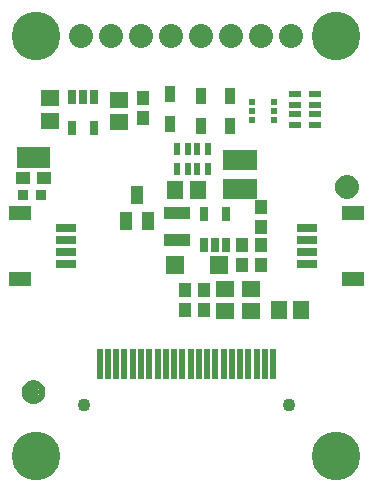
<source format=gbr>
G04 EAGLE Gerber RS-274X export*
G75*
%MOMM*%
%FSLAX34Y34*%
%LPD*%
%INSoldermask Top*%
%IPPOS*%
%AMOC8*
5,1,8,0,0,1.08239X$1,22.5*%
G01*
%ADD10R,1.601600X1.341600*%
%ADD11R,0.651600X1.301600*%
%ADD12R,1.101600X1.176600*%
%ADD13R,1.001600X0.551600*%
%ADD14R,0.601600X0.601600*%
%ADD15R,0.601600X0.501600*%
%ADD16C,4.117600*%
%ADD17R,1.651600X0.701600*%
%ADD18R,1.901600X1.301600*%
%ADD19C,1.101600*%
%ADD20C,0.469900*%
%ADD21R,0.901600X0.901600*%
%ADD22R,1.176600X1.101600*%
%ADD23R,1.101600X1.501600*%
%ADD24R,2.921000X1.651000*%
%ADD25R,0.901600X1.451600*%
%ADD26C,2.032000*%
%ADD27R,1.341600X1.601600*%
%ADD28R,0.551600X1.001600*%
%ADD29R,2.301600X1.117600*%
%ADD30R,1.501600X1.501600*%
%ADD31R,0.501600X2.601600*%

G36*
X35678Y218456D02*
X35678Y218456D01*
X35797Y218463D01*
X35835Y218476D01*
X35876Y218481D01*
X35986Y218524D01*
X36099Y218561D01*
X36134Y218583D01*
X36171Y218598D01*
X36267Y218668D01*
X36368Y218731D01*
X36396Y218761D01*
X36429Y218784D01*
X36505Y218876D01*
X36586Y218963D01*
X36606Y218998D01*
X36631Y219029D01*
X36682Y219137D01*
X36740Y219241D01*
X36750Y219281D01*
X36767Y219317D01*
X36789Y219434D01*
X36819Y219549D01*
X36823Y219610D01*
X36827Y219630D01*
X36825Y219650D01*
X36829Y219710D01*
X36829Y234950D01*
X36814Y235068D01*
X36807Y235187D01*
X36794Y235225D01*
X36789Y235266D01*
X36746Y235376D01*
X36709Y235489D01*
X36687Y235524D01*
X36672Y235561D01*
X36603Y235657D01*
X36539Y235758D01*
X36509Y235786D01*
X36486Y235819D01*
X36394Y235895D01*
X36307Y235976D01*
X36272Y235996D01*
X36241Y236021D01*
X36133Y236072D01*
X36029Y236130D01*
X35989Y236140D01*
X35953Y236157D01*
X35836Y236179D01*
X35721Y236209D01*
X35661Y236213D01*
X35641Y236217D01*
X35620Y236215D01*
X35560Y236219D01*
X10160Y236219D01*
X10042Y236204D01*
X9923Y236197D01*
X9885Y236184D01*
X9844Y236179D01*
X9734Y236136D01*
X9621Y236099D01*
X9586Y236077D01*
X9549Y236062D01*
X9453Y235993D01*
X9352Y235929D01*
X9324Y235899D01*
X9291Y235876D01*
X9216Y235784D01*
X9134Y235697D01*
X9114Y235662D01*
X9089Y235631D01*
X9038Y235523D01*
X8980Y235419D01*
X8970Y235379D01*
X8953Y235343D01*
X8931Y235226D01*
X8901Y235111D01*
X8897Y235051D01*
X8893Y235031D01*
X8894Y235024D01*
X8893Y235021D01*
X8894Y235006D01*
X8891Y234950D01*
X8891Y219710D01*
X8906Y219592D01*
X8913Y219473D01*
X8926Y219435D01*
X8931Y219394D01*
X8974Y219284D01*
X9011Y219171D01*
X9033Y219136D01*
X9048Y219099D01*
X9118Y219003D01*
X9181Y218902D01*
X9211Y218874D01*
X9234Y218841D01*
X9326Y218766D01*
X9413Y218684D01*
X9448Y218664D01*
X9479Y218639D01*
X9587Y218588D01*
X9691Y218530D01*
X9731Y218520D01*
X9767Y218503D01*
X9884Y218481D01*
X9999Y218451D01*
X10060Y218447D01*
X10080Y218443D01*
X10100Y218445D01*
X10160Y218441D01*
X35560Y218441D01*
X35678Y218456D01*
G37*
D10*
X36830Y277470D03*
X36830Y258470D03*
D11*
X74270Y278431D03*
X64770Y278431D03*
X55270Y278431D03*
X55270Y252429D03*
X74270Y252429D03*
D10*
X95250Y257200D03*
X95250Y276200D03*
D12*
X115570Y260740D03*
X115570Y277740D03*
D13*
X244230Y254970D03*
X261230Y254970D03*
X244230Y263970D03*
X244230Y271970D03*
X244230Y280970D03*
X261230Y280970D03*
X261230Y263970D03*
X261230Y271970D03*
D14*
X226170Y259200D03*
D15*
X226170Y266700D03*
D14*
X226170Y274200D03*
X208170Y274200D03*
D15*
X208170Y266700D03*
D14*
X208170Y259200D03*
D16*
X25400Y330200D03*
X279400Y330200D03*
D17*
X50540Y157400D03*
X50540Y147400D03*
X50540Y167400D03*
X50540Y137400D03*
D18*
X11540Y180400D03*
X11540Y124400D03*
D19*
X22860Y28575D03*
D20*
X22860Y36075D02*
X22679Y36073D01*
X22498Y36066D01*
X22317Y36055D01*
X22136Y36040D01*
X21956Y36020D01*
X21776Y35996D01*
X21597Y35968D01*
X21419Y35935D01*
X21242Y35898D01*
X21065Y35857D01*
X20890Y35812D01*
X20715Y35762D01*
X20542Y35708D01*
X20371Y35650D01*
X20200Y35588D01*
X20032Y35521D01*
X19865Y35451D01*
X19699Y35377D01*
X19536Y35298D01*
X19375Y35216D01*
X19215Y35130D01*
X19058Y35040D01*
X18903Y34946D01*
X18750Y34849D01*
X18600Y34747D01*
X18452Y34643D01*
X18306Y34534D01*
X18164Y34423D01*
X18024Y34307D01*
X17887Y34189D01*
X17752Y34067D01*
X17621Y33942D01*
X17493Y33814D01*
X17368Y33683D01*
X17246Y33548D01*
X17128Y33411D01*
X17012Y33271D01*
X16901Y33129D01*
X16792Y32983D01*
X16688Y32835D01*
X16586Y32685D01*
X16489Y32532D01*
X16395Y32377D01*
X16305Y32220D01*
X16219Y32060D01*
X16137Y31899D01*
X16058Y31736D01*
X15984Y31570D01*
X15914Y31403D01*
X15847Y31235D01*
X15785Y31064D01*
X15727Y30893D01*
X15673Y30720D01*
X15623Y30545D01*
X15578Y30370D01*
X15537Y30193D01*
X15500Y30016D01*
X15467Y29838D01*
X15439Y29659D01*
X15415Y29479D01*
X15395Y29299D01*
X15380Y29118D01*
X15369Y28937D01*
X15362Y28756D01*
X15360Y28575D01*
X22860Y36075D02*
X23041Y36073D01*
X23222Y36066D01*
X23403Y36055D01*
X23584Y36040D01*
X23764Y36020D01*
X23944Y35996D01*
X24123Y35968D01*
X24301Y35935D01*
X24478Y35898D01*
X24655Y35857D01*
X24830Y35812D01*
X25005Y35762D01*
X25178Y35708D01*
X25349Y35650D01*
X25520Y35588D01*
X25688Y35521D01*
X25855Y35451D01*
X26021Y35377D01*
X26184Y35298D01*
X26345Y35216D01*
X26505Y35130D01*
X26662Y35040D01*
X26817Y34946D01*
X26970Y34849D01*
X27120Y34747D01*
X27268Y34643D01*
X27414Y34534D01*
X27556Y34423D01*
X27696Y34307D01*
X27833Y34189D01*
X27968Y34067D01*
X28099Y33942D01*
X28227Y33814D01*
X28352Y33683D01*
X28474Y33548D01*
X28592Y33411D01*
X28708Y33271D01*
X28819Y33129D01*
X28928Y32983D01*
X29032Y32835D01*
X29134Y32685D01*
X29231Y32532D01*
X29325Y32377D01*
X29415Y32220D01*
X29501Y32060D01*
X29583Y31899D01*
X29662Y31736D01*
X29736Y31570D01*
X29806Y31403D01*
X29873Y31235D01*
X29935Y31064D01*
X29993Y30893D01*
X30047Y30720D01*
X30097Y30545D01*
X30142Y30370D01*
X30183Y30193D01*
X30220Y30016D01*
X30253Y29838D01*
X30281Y29659D01*
X30305Y29479D01*
X30325Y29299D01*
X30340Y29118D01*
X30351Y28937D01*
X30358Y28756D01*
X30360Y28575D01*
X30358Y28394D01*
X30351Y28213D01*
X30340Y28032D01*
X30325Y27851D01*
X30305Y27671D01*
X30281Y27491D01*
X30253Y27312D01*
X30220Y27134D01*
X30183Y26957D01*
X30142Y26780D01*
X30097Y26605D01*
X30047Y26430D01*
X29993Y26257D01*
X29935Y26086D01*
X29873Y25915D01*
X29806Y25747D01*
X29736Y25580D01*
X29662Y25414D01*
X29583Y25251D01*
X29501Y25090D01*
X29415Y24930D01*
X29325Y24773D01*
X29231Y24618D01*
X29134Y24465D01*
X29032Y24315D01*
X28928Y24167D01*
X28819Y24021D01*
X28708Y23879D01*
X28592Y23739D01*
X28474Y23602D01*
X28352Y23467D01*
X28227Y23336D01*
X28099Y23208D01*
X27968Y23083D01*
X27833Y22961D01*
X27696Y22843D01*
X27556Y22727D01*
X27414Y22616D01*
X27268Y22507D01*
X27120Y22403D01*
X26970Y22301D01*
X26817Y22204D01*
X26662Y22110D01*
X26505Y22020D01*
X26345Y21934D01*
X26184Y21852D01*
X26021Y21773D01*
X25855Y21699D01*
X25688Y21629D01*
X25520Y21562D01*
X25349Y21500D01*
X25178Y21442D01*
X25005Y21388D01*
X24830Y21338D01*
X24655Y21293D01*
X24478Y21252D01*
X24301Y21215D01*
X24123Y21182D01*
X23944Y21154D01*
X23764Y21130D01*
X23584Y21110D01*
X23403Y21095D01*
X23222Y21084D01*
X23041Y21077D01*
X22860Y21075D01*
X22679Y21077D01*
X22498Y21084D01*
X22317Y21095D01*
X22136Y21110D01*
X21956Y21130D01*
X21776Y21154D01*
X21597Y21182D01*
X21419Y21215D01*
X21242Y21252D01*
X21065Y21293D01*
X20890Y21338D01*
X20715Y21388D01*
X20542Y21442D01*
X20371Y21500D01*
X20200Y21562D01*
X20032Y21629D01*
X19865Y21699D01*
X19699Y21773D01*
X19536Y21852D01*
X19375Y21934D01*
X19215Y22020D01*
X19058Y22110D01*
X18903Y22204D01*
X18750Y22301D01*
X18600Y22403D01*
X18452Y22507D01*
X18306Y22616D01*
X18164Y22727D01*
X18024Y22843D01*
X17887Y22961D01*
X17752Y23083D01*
X17621Y23208D01*
X17493Y23336D01*
X17368Y23467D01*
X17246Y23602D01*
X17128Y23739D01*
X17012Y23879D01*
X16901Y24021D01*
X16792Y24167D01*
X16688Y24315D01*
X16586Y24465D01*
X16489Y24618D01*
X16395Y24773D01*
X16305Y24930D01*
X16219Y25090D01*
X16137Y25251D01*
X16058Y25414D01*
X15984Y25580D01*
X15914Y25747D01*
X15847Y25915D01*
X15785Y26086D01*
X15727Y26257D01*
X15673Y26430D01*
X15623Y26605D01*
X15578Y26780D01*
X15537Y26957D01*
X15500Y27134D01*
X15467Y27312D01*
X15439Y27491D01*
X15415Y27671D01*
X15395Y27851D01*
X15380Y28032D01*
X15369Y28213D01*
X15362Y28394D01*
X15360Y28575D01*
D19*
X288290Y202311D03*
D20*
X288290Y209811D02*
X288109Y209809D01*
X287928Y209802D01*
X287747Y209791D01*
X287566Y209776D01*
X287386Y209756D01*
X287206Y209732D01*
X287027Y209704D01*
X286849Y209671D01*
X286672Y209634D01*
X286495Y209593D01*
X286320Y209548D01*
X286145Y209498D01*
X285972Y209444D01*
X285801Y209386D01*
X285630Y209324D01*
X285462Y209257D01*
X285295Y209187D01*
X285129Y209113D01*
X284966Y209034D01*
X284805Y208952D01*
X284645Y208866D01*
X284488Y208776D01*
X284333Y208682D01*
X284180Y208585D01*
X284030Y208483D01*
X283882Y208379D01*
X283736Y208270D01*
X283594Y208159D01*
X283454Y208043D01*
X283317Y207925D01*
X283182Y207803D01*
X283051Y207678D01*
X282923Y207550D01*
X282798Y207419D01*
X282676Y207284D01*
X282558Y207147D01*
X282442Y207007D01*
X282331Y206865D01*
X282222Y206719D01*
X282118Y206571D01*
X282016Y206421D01*
X281919Y206268D01*
X281825Y206113D01*
X281735Y205956D01*
X281649Y205796D01*
X281567Y205635D01*
X281488Y205472D01*
X281414Y205306D01*
X281344Y205139D01*
X281277Y204971D01*
X281215Y204800D01*
X281157Y204629D01*
X281103Y204456D01*
X281053Y204281D01*
X281008Y204106D01*
X280967Y203929D01*
X280930Y203752D01*
X280897Y203574D01*
X280869Y203395D01*
X280845Y203215D01*
X280825Y203035D01*
X280810Y202854D01*
X280799Y202673D01*
X280792Y202492D01*
X280790Y202311D01*
X288290Y209811D02*
X288471Y209809D01*
X288652Y209802D01*
X288833Y209791D01*
X289014Y209776D01*
X289194Y209756D01*
X289374Y209732D01*
X289553Y209704D01*
X289731Y209671D01*
X289908Y209634D01*
X290085Y209593D01*
X290260Y209548D01*
X290435Y209498D01*
X290608Y209444D01*
X290779Y209386D01*
X290950Y209324D01*
X291118Y209257D01*
X291285Y209187D01*
X291451Y209113D01*
X291614Y209034D01*
X291775Y208952D01*
X291935Y208866D01*
X292092Y208776D01*
X292247Y208682D01*
X292400Y208585D01*
X292550Y208483D01*
X292698Y208379D01*
X292844Y208270D01*
X292986Y208159D01*
X293126Y208043D01*
X293263Y207925D01*
X293398Y207803D01*
X293529Y207678D01*
X293657Y207550D01*
X293782Y207419D01*
X293904Y207284D01*
X294022Y207147D01*
X294138Y207007D01*
X294249Y206865D01*
X294358Y206719D01*
X294462Y206571D01*
X294564Y206421D01*
X294661Y206268D01*
X294755Y206113D01*
X294845Y205956D01*
X294931Y205796D01*
X295013Y205635D01*
X295092Y205472D01*
X295166Y205306D01*
X295236Y205139D01*
X295303Y204971D01*
X295365Y204800D01*
X295423Y204629D01*
X295477Y204456D01*
X295527Y204281D01*
X295572Y204106D01*
X295613Y203929D01*
X295650Y203752D01*
X295683Y203574D01*
X295711Y203395D01*
X295735Y203215D01*
X295755Y203035D01*
X295770Y202854D01*
X295781Y202673D01*
X295788Y202492D01*
X295790Y202311D01*
X295788Y202130D01*
X295781Y201949D01*
X295770Y201768D01*
X295755Y201587D01*
X295735Y201407D01*
X295711Y201227D01*
X295683Y201048D01*
X295650Y200870D01*
X295613Y200693D01*
X295572Y200516D01*
X295527Y200341D01*
X295477Y200166D01*
X295423Y199993D01*
X295365Y199822D01*
X295303Y199651D01*
X295236Y199483D01*
X295166Y199316D01*
X295092Y199150D01*
X295013Y198987D01*
X294931Y198826D01*
X294845Y198666D01*
X294755Y198509D01*
X294661Y198354D01*
X294564Y198201D01*
X294462Y198051D01*
X294358Y197903D01*
X294249Y197757D01*
X294138Y197615D01*
X294022Y197475D01*
X293904Y197338D01*
X293782Y197203D01*
X293657Y197072D01*
X293529Y196944D01*
X293398Y196819D01*
X293263Y196697D01*
X293126Y196579D01*
X292986Y196463D01*
X292844Y196352D01*
X292698Y196243D01*
X292550Y196139D01*
X292400Y196037D01*
X292247Y195940D01*
X292092Y195846D01*
X291935Y195756D01*
X291775Y195670D01*
X291614Y195588D01*
X291451Y195509D01*
X291285Y195435D01*
X291118Y195365D01*
X290950Y195298D01*
X290779Y195236D01*
X290608Y195178D01*
X290435Y195124D01*
X290260Y195074D01*
X290085Y195029D01*
X289908Y194988D01*
X289731Y194951D01*
X289553Y194918D01*
X289374Y194890D01*
X289194Y194866D01*
X289014Y194846D01*
X288833Y194831D01*
X288652Y194820D01*
X288471Y194813D01*
X288290Y194811D01*
X288109Y194813D01*
X287928Y194820D01*
X287747Y194831D01*
X287566Y194846D01*
X287386Y194866D01*
X287206Y194890D01*
X287027Y194918D01*
X286849Y194951D01*
X286672Y194988D01*
X286495Y195029D01*
X286320Y195074D01*
X286145Y195124D01*
X285972Y195178D01*
X285801Y195236D01*
X285630Y195298D01*
X285462Y195365D01*
X285295Y195435D01*
X285129Y195509D01*
X284966Y195588D01*
X284805Y195670D01*
X284645Y195756D01*
X284488Y195846D01*
X284333Y195940D01*
X284180Y196037D01*
X284030Y196139D01*
X283882Y196243D01*
X283736Y196352D01*
X283594Y196463D01*
X283454Y196579D01*
X283317Y196697D01*
X283182Y196819D01*
X283051Y196944D01*
X282923Y197072D01*
X282798Y197203D01*
X282676Y197338D01*
X282558Y197475D01*
X282442Y197615D01*
X282331Y197757D01*
X282222Y197903D01*
X282118Y198051D01*
X282016Y198201D01*
X281919Y198354D01*
X281825Y198509D01*
X281735Y198666D01*
X281649Y198826D01*
X281567Y198987D01*
X281488Y199150D01*
X281414Y199316D01*
X281344Y199483D01*
X281277Y199651D01*
X281215Y199822D01*
X281157Y199993D01*
X281103Y200166D01*
X281053Y200341D01*
X281008Y200516D01*
X280967Y200693D01*
X280930Y200870D01*
X280897Y201048D01*
X280869Y201227D01*
X280845Y201407D01*
X280825Y201587D01*
X280810Y201768D01*
X280799Y201949D01*
X280792Y202130D01*
X280790Y202311D01*
D16*
X25400Y-25400D03*
X279400Y-25400D03*
D21*
X14090Y195580D03*
X29090Y195580D03*
D22*
X14360Y209550D03*
X31360Y209550D03*
D23*
X110490Y195150D03*
X119990Y173150D03*
X100990Y173150D03*
D24*
X198120Y200886D03*
D25*
X138430Y280924D03*
X138430Y255524D03*
X165100Y279654D03*
X165100Y254254D03*
X189230Y279654D03*
X189230Y254254D03*
D26*
X241300Y330200D03*
X215900Y330200D03*
X190500Y330200D03*
X165100Y330200D03*
X139700Y330200D03*
X114300Y330200D03*
X88900Y330200D03*
X63500Y330200D03*
D12*
X151130Y115180D03*
X151130Y98180D03*
D10*
X207010Y116180D03*
X207010Y97180D03*
X185420Y116180D03*
X185420Y97180D03*
D27*
X249530Y97790D03*
X230530Y97790D03*
D12*
X167640Y115180D03*
X167640Y98180D03*
D17*
X254260Y147400D03*
X254260Y157400D03*
X254260Y137400D03*
X254260Y167400D03*
D18*
X293260Y124400D03*
X293260Y180400D03*
D28*
X170480Y217560D03*
X170480Y234560D03*
X161480Y217560D03*
X153480Y217560D03*
X144480Y217560D03*
X144480Y234560D03*
X161480Y234560D03*
X153480Y234560D03*
D24*
X198120Y224790D03*
D11*
X167030Y153369D03*
X176530Y153369D03*
X186030Y153369D03*
X186030Y179371D03*
X167030Y179371D03*
D27*
X161900Y199390D03*
X142900Y199390D03*
D29*
X144780Y180180D03*
X144780Y157640D03*
D30*
X179790Y135890D03*
X142790Y135890D03*
D12*
X199390Y153280D03*
X199390Y136280D03*
X215900Y185030D03*
X215900Y168030D03*
X215900Y136280D03*
X215900Y153280D03*
D31*
X225900Y52400D03*
X218900Y52400D03*
X211900Y52400D03*
X204900Y52400D03*
X197900Y52400D03*
X190900Y52400D03*
X183900Y52400D03*
X176900Y52400D03*
X169900Y52400D03*
X162900Y52400D03*
X155900Y52400D03*
X148900Y52400D03*
X141900Y52400D03*
X134900Y52400D03*
X127900Y52400D03*
X120900Y52400D03*
X113900Y52400D03*
X106900Y52400D03*
X99900Y52400D03*
X92900Y52400D03*
X85900Y52400D03*
X78900Y52400D03*
D19*
X238900Y17400D03*
X65900Y17400D03*
M02*

</source>
